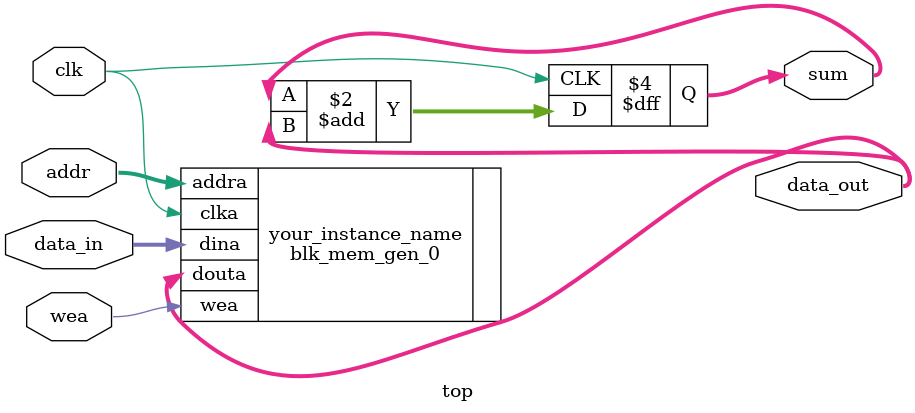
<source format=v>
`timescale 1ns / 1ps

module top(
    input clk,
    input wea,
    input [2:0] addr,
    input [7:0]data_in,
    output [7:0]data_out,
    output reg [8:0] sum = 0
    );
    
    
    blk_mem_gen_0 your_instance_name (
      .clka(clk),    // input wire clka
      .wea(wea),      // input wire [0 : 0] wea
      .addra(addr),  // input wire [2 : 0] addra
      .dina(data_in),    // input wire [7 : 0] dina
      .douta(data_out)  // output wire [7 : 0] douta
    );
    
   always @(posedge clk)
   sum = sum + data_out; 
endmodule

</source>
